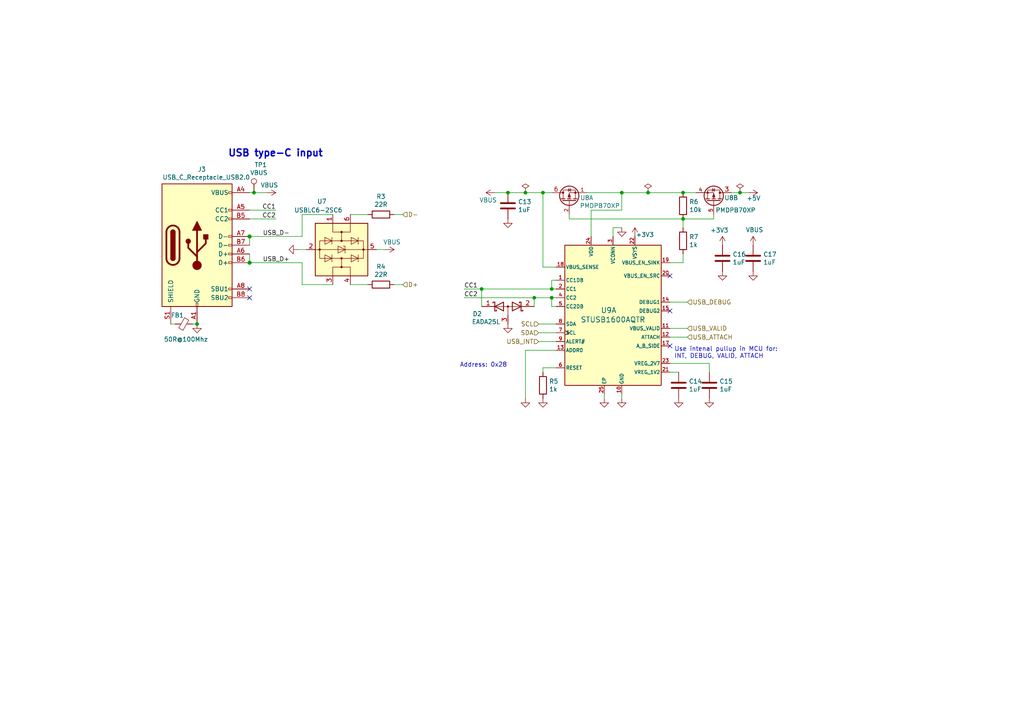
<source format=kicad_sch>
(kicad_sch (version 20211123) (generator eeschema)
  (paper "A4")
  (title_block (title "RingOne") (date "2021-05-11") (rev "v1.0") (company "Author: Petr Malaník"))
  (lib_symbols
    (symbol "Connector:TestPoint" (pin_numbers hide) (pin_names (offset 0.762) hide)
      (property "Reference" "TP" (at 0 6.858 0))
      (property "Value" "TestPoint" (at 0 5.08 0))
      (symbol "TestPoint_0_1"
        (circle (center 0 3.302) (radius 0.762))
      )
      (symbol "TestPoint_1_1"
        (pin passive line (at 0 0 90) (length 2.54) (name "1") (number "1"))
      )
    )
    (symbol "Connector:USB_C_Receptacle_USB2.0" (pin_names (offset 1.016))
      (property "Reference" "J" (at -10.16 19.05 0))
      (property "Value" "USB_C_Receptacle_USB2.0" (at 19.05 19.05 0))
      (symbol "USB_C_Receptacle_USB2.0_0_0"
        (rectangle (start -0.254 -17.78) (end 0.254 -16.764))
        (rectangle (start 10.16 -14.986) (end 9.144 -15.494))
        (rectangle (start 10.16 -12.446) (end 9.144 -12.954))
        (rectangle (start 10.16 -4.826) (end 9.144 -5.334))
        (rectangle (start 10.16 -2.286) (end 9.144 -2.794))
        (rectangle (start 10.16 0.254) (end 9.144 -0.254))
        (rectangle (start 10.16 2.794) (end 9.144 2.286))
        (rectangle (start 10.16 7.874) (end 9.144 7.366))
        (rectangle (start 10.16 10.414) (end 9.144 9.906))
        (rectangle (start 10.16 15.494) (end 9.144 14.986))
      )
      (symbol "USB_C_Receptacle_USB2.0_0_1"
        (rectangle (start -10.16 17.78) (end 10.16 -17.78) (stroke (width 0.254)) (fill (type background)))
        (arc (start -8.89 -3.81) (mid -6.985 -5.715) (end -5.08 -3.81) (stroke (width 0.508)))
        (arc (start -7.62 -3.81) (mid -6.985 -4.445) (end -6.35 -3.81) (stroke (width 0.254)))
        (arc (start -7.62 -3.81) (mid -6.985 -4.445) (end -6.35 -3.81) (stroke (width 0.254)) (fill (type outline)))
        (rectangle (start -7.62 -3.81) (end -6.35 3.81) (stroke (width 0.254)) (fill (type outline)))
        (arc (start -6.35 3.81) (mid -6.985 4.445) (end -7.62 3.81) (stroke (width 0.254)))
        (arc (start -6.35 3.81) (mid -6.985 4.445) (end -7.62 3.81) (stroke (width 0.254)) (fill (type outline)))
        (arc (start -5.08 3.81) (mid -6.985 5.715) (end -8.89 3.81) (stroke (width 0.508)))
        (circle (center -2.54 1.143) (radius 0.635) (stroke (width 0.254)) (fill (type outline)))
        (circle (center 0 -5.842) (radius 1.27) (fill (type outline)))
        (polyline (pts (xy -8.89 -3.81) (xy -8.89 3.81)) (stroke (width 0.508)))
        (polyline (pts (xy -5.08 3.81) (xy -5.08 -3.81)) (stroke (width 0.508)))
        (polyline (pts (xy 0 -5.842) (xy 0 4.318)) (stroke (width 0.508)))
        (polyline (pts (xy 0 -3.302) (xy -2.54 -0.762) (xy -2.54 0.508)) (stroke (width 0.508)))
        (polyline (pts (xy 0 -2.032) (xy 2.54 0.508) (xy 2.54 1.778)) (stroke (width 0.508)))
        (polyline (pts (xy -1.27 4.318) (xy 0 6.858) (xy 1.27 4.318) (xy -1.27 4.318)) (stroke (width 0.254)) (fill (type outline)))
        (rectangle (start 1.905 1.778) (end 3.175 3.048) (stroke (width 0.254)) (fill (type outline)))
      )
      (symbol "USB_C_Receptacle_USB2.0_1_1"
        (pin passive line (at 0 -22.86 90) (length 5.08) (name "GND") (number "A1"))
        (pin passive line (at 0 -22.86 90) (length 5.08) hide (name "GND") (number "A12"))
        (pin passive line (at 15.24 15.24 180) (length 5.08) (name "VBUS") (number "A4"))
        (pin bidirectional line (at 15.24 10.16 180) (length 5.08) (name "CC1") (number "A5"))
        (pin bidirectional line (at 15.24 -2.54 180) (length 5.08) (name "D+") (number "A6"))
        (pin bidirectional line (at 15.24 2.54 180) (length 5.08) (name "D-") (number "A7"))
        (pin bidirectional line (at 15.24 -12.7 180) (length 5.08) (name "SBU1") (number "A8"))
        (pin passive line (at 15.24 15.24 180) (length 5.08) hide (name "VBUS") (number "A9"))
        (pin passive line (at 0 -22.86 90) (length 5.08) hide (name "GND") (number "B1"))
        (pin passive line (at 0 -22.86 90) (length 5.08) hide (name "GND") (number "B12"))
        (pin passive line (at 15.24 15.24 180) (length 5.08) hide (name "VBUS") (number "B4"))
        (pin bidirectional line (at 15.24 7.62 180) (length 5.08) (name "CC2") (number "B5"))
        (pin bidirectional line (at 15.24 -5.08 180) (length 5.08) (name "D+") (number "B6"))
        (pin bidirectional line (at 15.24 0 180) (length 5.08) (name "D-") (number "B7"))
        (pin bidirectional line (at 15.24 -15.24 180) (length 5.08) (name "SBU2") (number "B8"))
        (pin passive line (at 15.24 15.24 180) (length 5.08) hide (name "VBUS") (number "B9"))
        (pin passive line (at -7.62 -22.86 90) (length 5.08) (name "SHIELD") (number "S1"))
      )
    )
    (symbol "Device:C" (pin_numbers hide) (pin_names (offset 0.254))
      (property "Reference" "C" (at 0.635 2.54 0))
      (property "Value" "C" (at 0.635 -2.54 0))
      (symbol "C_0_1"
        (polyline (pts (xy -2.032 -0.762) (xy 2.032 -0.762)) (stroke (width 0.508)))
        (polyline (pts (xy -2.032 0.762) (xy 2.032 0.762)) (stroke (width 0.508)))
      )
      (symbol "C_1_1"
        (pin passive line (at 0 3.81 270) (length 2.794) (name "~") (number "1"))
        (pin passive line (at 0 -3.81 90) (length 2.794) (name "~") (number "2"))
      )
    )
    (symbol "Device:D_Schottky_Dual_CommonAnode_KKA" (pin_names (offset 0.762) hide)
      (property "Reference" "D" (at 1.27 -2.54 0))
      (property "Value" "D_Schottky_Dual_CommonAnode_KKA" (at 0 2.54 0))
      (symbol "D_Schottky_Dual_CommonAnode_KKA_0_1"
        (polyline (pts (xy -3.556 0) (xy 3.81 0)))
        (polyline (pts (xy 0 0) (xy 0 -2.54)))
        (polyline (pts (xy -3.81 1.27) (xy -3.81 -1.27) (xy -3.81 -1.27)) (stroke (width 0.254)))
        (polyline (pts (xy 3.81 1.27) (xy 3.81 -1.27) (xy 3.81 -1.27)) (stroke (width 0.254)))
        (polyline (pts (xy -3.81 1.27) (xy -4.318 1.27) (xy -4.318 1.016) (xy -4.318 1.016)) (stroke (width 0.254)))
        (polyline (pts (xy 3.81 -1.27) (xy 4.318 -1.27) (xy 4.318 -1.016) (xy 4.318 -1.016)) (stroke (width 0.254)))
        (polyline (pts (xy 3.81 1.27) (xy 3.302 1.27) (xy 3.302 1.016) (xy 3.302 1.016)) (stroke (width 0.254)))
        (polyline (pts (xy -3.302 -1.016) (xy -3.302 -1.27) (xy -3.81 -1.27) (xy -3.81 -1.27) (xy -3.81 -1.27)) (stroke (width 0.254)))
        (polyline (pts (xy -1.27 -1.27) (xy -3.81 0) (xy -1.27 1.27) (xy -1.27 -1.27) (xy -1.27 -1.27) (xy -1.27 -1.27)) (stroke (width 0.254)))
        (polyline (pts (xy 1.27 1.27) (xy 3.81 0) (xy 1.27 -1.27) (xy 1.27 1.27) (xy 1.27 1.27) (xy 1.27 1.27)) (stroke (width 0.254)))
        (circle (center 0 0) (radius 0.254) (fill (type outline)))
        (pin passive line (at -7.62 0 0) (length 3.81) (name "K") (number "1"))
        (pin passive line (at 7.62 0 180) (length 3.81) (name "K") (number "2"))
        (pin passive line (at 0 -5.08 90) (length 2.54) (name "A") (number "3"))
      )
    )
    (symbol "Device:FerriteBead_Small" (pin_numbers hide) (pin_names (offset 0))
      (property "Reference" "FB" (at 1.905 1.27 0))
      (property "Value" "FerriteBead_Small" (at 1.905 -1.27 0))
      (symbol "FerriteBead_Small_0_1"
        (polyline (pts (xy 0 -1.27) (xy 0 -0.7874)))
        (polyline (pts (xy 0 0.889) (xy 0 1.2954)))
        (polyline (pts (xy -1.8288 0.2794) (xy -1.1176 1.4986) (xy 1.8288 -0.2032) (xy 1.1176 -1.4224) (xy -1.8288 0.2794)))
      )
      (symbol "FerriteBead_Small_1_1"
        (pin passive line (at 0 2.54 270) (length 1.27) (name "~") (number "1"))
        (pin passive line (at 0 -2.54 90) (length 1.27) (name "~") (number "2"))
      )
    )
    (symbol "Device:R" (pin_numbers hide) (pin_names (offset 0))
      (property "Reference" "R" (at 2.032 0 90))
      (property "Value" "R" (at 0 0 90))
      (symbol "R_0_1"
        (rectangle (start -1.016 -2.54) (end 1.016 2.54) (stroke (width 0.254)))
      )
      (symbol "R_1_1"
        (pin passive line (at 0 3.81 270) (length 1.27) (name "~") (number "1"))
        (pin passive line (at 0 -3.81 90) (length 1.27) (name "~") (number "2"))
      )
    )
    (symbol "Power_Protection:USBLC6-2SC6" (pin_names hide)
      (property "Reference" "U" (at 2.54 8.89 0))
      (property "Value" "USBLC6-2SC6" (at 2.54 -8.89 0))
      (symbol "USBLC6-2SC6_0_1"
        (rectangle (start -7.62 -7.62) (end 7.62 7.62) (stroke (width 0.254)) (fill (type background)))
        (circle (center -5.08 0) (radius 0.254) (fill (type outline)))
        (circle (center -2.54 0) (radius 0.254) (fill (type outline)))
        (rectangle (start -2.54 6.35) (end 2.54 -6.35))
        (circle (center 0 -6.35) (radius 0.254) (fill (type outline)))
        (polyline (pts (xy -5.08 -2.54) (xy -7.62 -2.54)))
        (polyline (pts (xy -5.08 0) (xy -5.08 -2.54)))
        (polyline (pts (xy -5.08 2.54) (xy -7.62 2.54)))
        (polyline (pts (xy -1.524 -2.794) (xy -3.556 -2.794)))
        (polyline (pts (xy -1.524 4.826) (xy -3.556 4.826)))
        (polyline (pts (xy 0 -7.62) (xy 0 -6.35)))
        (polyline (pts (xy 0 -6.35) (xy 0 1.27)))
        (polyline (pts (xy 0 1.27) (xy 0 6.35)))
        (polyline (pts (xy 0 6.35) (xy 0 7.62)))
        (polyline (pts (xy 1.524 -2.794) (xy 3.556 -2.794)))
        (polyline (pts (xy 1.524 4.826) (xy 3.556 4.826)))
        (polyline (pts (xy 5.08 -2.54) (xy 7.62 -2.54)))
        (polyline (pts (xy 5.08 0) (xy 5.08 -2.54)))
        (polyline (pts (xy 5.08 2.54) (xy 7.62 2.54)))
        (polyline (pts (xy -2.54 0) (xy -5.08 0) (xy -5.08 2.54)))
        (polyline (pts (xy 2.54 0) (xy 5.08 0) (xy 5.08 2.54)))
        (polyline (pts (xy -3.556 -4.826) (xy -1.524 -4.826) (xy -2.54 -2.794) (xy -3.556 -4.826)))
        (polyline (pts (xy -3.556 2.794) (xy -1.524 2.794) (xy -2.54 4.826) (xy -3.556 2.794)))
        (polyline (pts (xy -1.016 -1.016) (xy 1.016 -1.016) (xy 0 1.016) (xy -1.016 -1.016)))
        (polyline (pts (xy 1.016 1.016) (xy 0.762 1.016) (xy -1.016 1.016) (xy -1.016 0.508)))
        (polyline (pts (xy 3.556 -4.826) (xy 1.524 -4.826) (xy 2.54 -2.794) (xy 3.556 -4.826)))
        (polyline (pts (xy 3.556 2.794) (xy 1.524 2.794) (xy 2.54 4.826) (xy 3.556 2.794)))
        (circle (center 0 6.35) (radius 0.254) (fill (type outline)))
        (circle (center 2.54 0) (radius 0.254) (fill (type outline)))
        (circle (center 5.08 0) (radius 0.254) (fill (type outline)))
      )
      (symbol "USBLC6-2SC6_1_1"
        (pin passive line (at -10.16 -2.54 0) (length 2.54) (name "I/O1") (number "1"))
        (pin passive line (at 0 -10.16 90) (length 2.54) (name "GND") (number "2"))
        (pin passive line (at 10.16 -2.54 180) (length 2.54) (name "I/O2") (number "3"))
        (pin passive line (at 10.16 2.54 180) (length 2.54) (name "I/O2") (number "4"))
        (pin passive line (at 0 10.16 270) (length 2.54) (name "VBUS") (number "5"))
        (pin passive line (at -10.16 2.54 0) (length 2.54) (name "I/O1") (number "6"))
      )
    )
    (symbol "TCY_IC:STUSB1600AQTR" (pin_names (offset 0.254))
      (property "Reference" "U" (at -1.27 2.54 0))
      (property "Value" "STUSB1600AQTR" (at 12.7 -22.86 0))
      (symbol "STUSB1600AQTR_1_1"
        (rectangle (start -13.97 20.32) (end 13.97 -20.32) (stroke (width 0.254)) (fill (type background)))
        (pin bidirectional line (at -16.51 10.16 0) (length 2.54) (name "CC1DB") (number "1"))
        (pin passive line (at 2.54 -22.86 90) (length 2.54) (name "GND") (number "10"))
        (pin output line (at 16.51 -3.81 180) (length 2.54) (name "VBUS_VALID") (number "11"))
        (pin output line (at 16.51 -6.35 180) (length 2.54) (name "ATTACH") (number "12"))
        (pin input line (at -16.51 -10.16 0) (length 2.54) (name "ADDR0") (number "13"))
        (pin output line (at 16.51 3.81 180) (length 2.54) (name "DEBUG1") (number "14"))
        (pin output line (at 16.51 1.27 180) (length 2.54) (name "DEBUG2") (number "15"))
        (pin output line (at 16.51 -8.89 180) (length 2.54) (name "A_B_SIDE") (number "17"))
        (pin input line (at -16.51 13.97 0) (length 2.54) (name "VBUS_SENSE") (number "18"))
        (pin output line (at 16.51 15.24 180) (length 2.54) (name "VBUS_EN_SINK") (number "19"))
        (pin bidirectional line (at -16.51 7.62 0) (length 2.54) (name "CC1") (number "2"))
        (pin output line (at 16.51 11.43 180) (length 2.54) (name "VBUS_EN_SRC") (number "20"))
        (pin power_out line (at 16.51 -16.51 180) (length 2.54) (name "VREG_1V2") (number "21"))
        (pin power_in line (at 6.35 22.86 270) (length 2.54) (name "VSYS") (number "22"))
        (pin power_out line (at 16.51 -13.97 180) (length 2.54) (name "VREG_2V7") (number "23"))
        (pin power_in line (at -6.35 22.86 270) (length 2.54) (name "VDD") (number "24"))
        (pin passive line (at -2.54 -22.86 90) (length 2.54) (name "EP") (number "25"))
        (pin power_in line (at 0 22.86 270) (length 2.54) (name "VCONN") (number "3"))
        (pin bidirectional line (at -16.51 5.08 0) (length 2.54) (name "CC2") (number "4"))
        (pin bidirectional line (at -16.51 2.54 0) (length 2.54) (name "CC2DB") (number "5"))
        (pin input line (at -16.51 -15.24 0) (length 2.54) (name "RESET") (number "6"))
        (pin input clock (at -16.51 -5.08 0) (length 2.54) (name "SCL") (number "7"))
        (pin bidirectional line (at -16.51 -2.54 0) (length 2.54) (name "SDA") (number "8"))
        (pin output line (at -16.51 -7.62 0) (length 2.54) (name "ALERT#") (number "9"))
      )
      (symbol "STUSB1600AQTR_2_1"
        (polyline (pts (xy -8.89 8.89) (xy 16.51 8.89)) (stroke (width 0.127)))
        (polyline (pts (xy -8.89 24.13) (xy -8.89 8.89)) (stroke (width 0.127)))
        (polyline (pts (xy 16.51 8.89) (xy 16.51 24.13)) (stroke (width 0.127)))
        (polyline (pts (xy 16.51 24.13) (xy -8.89 24.13)) (stroke (width 0.127)))
        (pin power_in line (at -16.51 13.97 0) (length 2.54) (name "GND") (number "10"))
        (pin no_connect line (at -16.51 19.05 0) (length 2.54) (name "NC") (number "16"))
        (pin power_in line (at -16.51 16.51 0) (length 2.54) (name "VDD") (number "24"))
      )
    )
    (symbol "TCY_transistors:PMDPB70XP"
      (property "Reference" "U" (at 0 12.7 0))
      (property "Value" "PMDPB70XP" (at 0 16.51 0))
      (symbol "PMDPB70XP_0_1"
        (polyline (pts (xy -1.016 0) (xy -3.81 0)))
        (polyline (pts (xy -1.016 1.905) (xy -1.016 -1.905)) (stroke (width 0.254)))
        (polyline (pts (xy -0.508 -1.27) (xy -0.508 -2.286)) (stroke (width 0.254)))
        (polyline (pts (xy -0.508 0.508) (xy -0.508 -0.508)) (stroke (width 0.254)))
        (polyline (pts (xy -0.508 2.286) (xy -0.508 1.27)) (stroke (width 0.254)))
        (polyline (pts (xy 1.27 2.54) (xy 1.27 1.778)))
        (polyline (pts (xy 1.27 -2.54) (xy 1.27 0) (xy -0.508 0)))
        (polyline (pts (xy -0.508 1.778) (xy 2.032 1.778) (xy 2.032 -1.778) (xy -0.508 -1.778)))
        (polyline (pts (xy 1.016 0) (xy 0 0.381) (xy 0 -0.381) (xy 1.016 0)) (fill (type outline)))
        (polyline (pts (xy 1.524 -0.508) (xy 1.651 -0.381) (xy 2.413 -0.381) (xy 2.54 -0.254)))
        (polyline (pts (xy 2.032 -0.381) (xy 1.651 0.254) (xy 2.413 0.254) (xy 2.032 -0.381)))
        (circle (center 0.381 0) (radius 2.794) (stroke (width 0.254)))
        (circle (center 1.27 -1.778) (radius 0.254) (fill (type outline)))
        (circle (center 1.27 1.778) (radius 0.254) (fill (type outline)))
      )
      (symbol "PMDPB70XP_1_1"
        (pin passive line (at 1.27 -5.08 90) (length 2.54) (name "~") (number "1"))
        (pin passive line (at -5.08 0 0) (length 2.54) (name "~") (number "2"))
        (pin passive line (at 1.27 5.08 270) (length 2.54) (name "~") (number "6"))
        (pin passive line (at 1.27 5.08 270) (length 2.54) hide (name "~") (number "7"))
      )
      (symbol "PMDPB70XP_2_1"
        (pin passive line (at 1.27 5.08 270) (length 2.54) (name "~") (number "3"))
        (pin passive line (at 1.27 -5.08 90) (length 2.54) (name "~") (number "4"))
        (pin passive line (at -5.08 0 0) (length 2.54) (name "~") (number "5"))
        (pin passive line (at 1.27 5.08 270) (length 2.54) hide (name "~") (number "8"))
      )
    )
    (symbol "power:+3V3" (power) (pin_names (offset 0))
      (property "Value" "+3V3" (at 0 3.556 0))
      (symbol "+3V3_0_1"
        (polyline (pts (xy -0.762 1.27) (xy 0 2.54)))
        (polyline (pts (xy 0 0) (xy 0 2.54)))
        (polyline (pts (xy 0 2.54) (xy 0.762 1.27)))
      )
      (symbol "+3V3_1_1"
        (pin power_in line (at 0 0 90) (length 0) hide (name "+3V3") (number "1"))
      )
    )
    (symbol "power:+5V" (power) (pin_names (offset 0))
      (property "Value" "+5V" (at 0 3.556 0))
      (symbol "+5V_0_1"
        (polyline (pts (xy -0.762 1.27) (xy 0 2.54)))
        (polyline (pts (xy 0 0) (xy 0 2.54)))
        (polyline (pts (xy 0 2.54) (xy 0.762 1.27)))
      )
      (symbol "+5V_1_1"
        (pin power_in line (at 0 0 90) (length 0) hide (name "+5V") (number "1"))
      )
    )
    (symbol "power:GND" (power) (pin_names (offset 0))
      (property "Value" "GND" (at 0 -3.81 0))
      (symbol "GND_0_1"
        (polyline (pts (xy 0 0) (xy 0 -1.27) (xy 1.27 -1.27) (xy 0 -2.54) (xy -1.27 -1.27) (xy 0 -1.27)))
      )
      (symbol "GND_1_1"
        (pin power_in line (at 0 0 270) (length 0) hide (name "GND") (number "1"))
      )
    )
    (symbol "power:PWR_FLAG" (power) (pin_numbers hide) (pin_names (offset 0) hide)
      (property "Value" "PWR_FLAG" (at 0 3.81 0))
      (symbol "PWR_FLAG_0_0"
        (pin power_out line (at 0 0 90) (length 0) (name "pwr") (number "1"))
      )
      (symbol "PWR_FLAG_0_1"
        (polyline (pts (xy 0 0) (xy 0 1.27) (xy -1.016 1.905) (xy 0 2.54) (xy 1.016 1.905) (xy 0 1.27)))
      )
    )
    (symbol "power:VBUS" (power) (pin_names (offset 0))
      (property "Value" "VBUS" (at 0 3.81 0))
      (symbol "VBUS_0_1"
        (polyline (pts (xy -0.762 1.27) (xy 0 2.54)))
        (polyline (pts (xy 0 0) (xy 0 2.54)))
        (polyline (pts (xy 0 2.54) (xy 0.762 1.27)))
      )
      (symbol "VBUS_1_1"
        (pin power_in line (at 0 0 90) (length 0) hide (name "VBUS") (number "1"))
      )
    )
  )
  (junction (at 152.4 55.88) (diameter 0.9144))
  (junction (at 147.32 55.88) (diameter 0.9144))
  (junction (at 214.63 55.88) (diameter 0.9144))
  (junction (at 160.02 83.82) (diameter 0.9144))
  (junction (at 154.94 86.36) (diameter 0.9144))
  (junction (at 198.12 63.5) (diameter 0.9144))
  (junction (at 73.66 55.88) (diameter 0.9144))
  (junction (at 180.34 55.88) (diameter 0.9144))
  (junction (at 157.48 55.88) (diameter 0.9144))
  (junction (at 187.96 55.88) (diameter 0.9144))
  (junction (at 198.12 55.88) (diameter 0.9144))
  (junction (at 160.02 86.36) (diameter 0.9144))
  (junction (at 139.7 83.82) (diameter 0.9144))
  (junction (at 57.15 93.98) (diameter 0.9144))
  (junction (at 72.39 76.2) (diameter 1.016))
  (junction (at 72.39 68.58) (diameter 1.016))
  (no_connect (at 194.31 80.01))
  (no_connect (at 72.39 83.82))
  (no_connect (at 72.39 86.36))
  (no_connect (at 194.31 90.17))
  (no_connect (at 194.31 100.33))
  (wire (pts (xy 194.31 105.41) (xy 205.74 105.41)))
  (wire (pts (xy 177.8 66.04) (xy 180.34 66.04)))
  (wire (pts (xy 87.63 76.2) (xy 87.63 82.55)))
  (wire (pts (xy 177.8 66.04) (xy 177.8 68.58)))
  (wire (pts (xy 214.63 55.88) (xy 217.17 55.88)))
  (wire (pts (xy 139.7 83.82) (xy 139.7 88.9)))
  (wire (pts (xy 86.36 72.39) (xy 88.9 72.39)))
  (wire (pts (xy 72.39 60.96) (xy 80.01 60.96)))
  (wire (pts (xy 147.32 55.88) (xy 152.4 55.88)))
  (wire (pts (xy 72.39 73.66) (xy 72.39 76.2)))
  (wire (pts (xy 109.22 72.39) (xy 111.76 72.39)))
  (wire (pts (xy 101.6 62.23) (xy 106.68 62.23)))
  (wire (pts (xy 143.51 55.88) (xy 147.32 55.88)))
  (wire (pts (xy 114.3 82.55) (xy 116.84 82.55)))
  (wire (pts (xy 194.31 97.79) (xy 199.39 97.79)))
  (wire (pts (xy 198.12 73.66) (xy 198.12 76.2)))
  (wire (pts (xy 157.48 106.68) (xy 157.48 107.95)))
  (wire (pts (xy 157.48 55.88) (xy 157.48 77.47)))
  (wire (pts (xy 72.39 63.5) (xy 80.01 63.5)))
  (wire (pts (xy 161.29 101.6) (xy 152.4 101.6)))
  (wire (pts (xy 180.34 55.88) (xy 187.96 55.88)))
  (wire (pts (xy 194.31 95.25) (xy 199.39 95.25)))
  (wire (pts (xy 165.1 63.5) (xy 165.1 62.23)))
  (wire (pts (xy 194.31 76.2) (xy 198.12 76.2)))
  (wire (pts (xy 114.3 62.23) (xy 116.84 62.23)))
  (wire (pts (xy 87.63 82.55) (xy 96.52 82.55)))
  (wire (pts (xy 156.21 93.98) (xy 161.29 93.98)))
  (wire (pts (xy 207.01 62.23) (xy 207.01 63.5)))
  (wire (pts (xy 198.12 63.5) (xy 207.01 63.5)))
  (wire (pts (xy 157.48 55.88) (xy 160.02 55.88)))
  (wire (pts (xy 55.88 93.98) (xy 57.15 93.98)))
  (wire (pts (xy 212.09 55.88) (xy 214.63 55.88)))
  (wire (pts (xy 160.02 83.82) (xy 161.29 83.82)))
  (wire (pts (xy 154.94 86.36) (xy 154.94 88.9)))
  (wire (pts (xy 161.29 77.47) (xy 157.48 77.47)))
  (wire (pts (xy 180.34 60.96) (xy 180.34 55.88)))
  (wire (pts (xy 96.52 62.23) (xy 87.63 62.23)))
  (wire (pts (xy 134.62 86.36) (xy 154.94 86.36)))
  (wire (pts (xy 152.4 55.88) (xy 157.48 55.88)))
  (wire (pts (xy 198.12 63.5) (xy 165.1 63.5)))
  (wire (pts (xy 87.63 62.23) (xy 87.63 68.58)))
  (wire (pts (xy 152.4 101.6) (xy 152.4 115.57)))
  (wire (pts (xy 160.02 86.36) (xy 161.29 86.36)))
  (wire (pts (xy 171.45 60.96) (xy 180.34 60.96)))
  (wire (pts (xy 160.02 88.9) (xy 160.02 86.36)))
  (wire (pts (xy 194.31 87.63) (xy 199.39 87.63)))
  (wire (pts (xy 72.39 68.58) (xy 87.63 68.58)))
  (wire (pts (xy 156.21 99.06) (xy 161.29 99.06)))
  (wire (pts (xy 134.62 83.82) (xy 139.7 83.82)))
  (wire (pts (xy 154.94 86.36) (xy 160.02 86.36)))
  (wire (pts (xy 73.66 55.88) (xy 77.47 55.88)))
  (wire (pts (xy 72.39 55.88) (xy 73.66 55.88)))
  (wire (pts (xy 175.26 114.3) (xy 175.26 115.57)))
  (wire (pts (xy 101.6 82.55) (xy 106.68 82.55)))
  (wire (pts (xy 187.96 55.88) (xy 198.12 55.88)))
  (wire (pts (xy 205.74 105.41) (xy 205.74 107.95)))
  (wire (pts (xy 160.02 81.28) (xy 160.02 83.82)))
  (wire (pts (xy 198.12 63.5) (xy 198.12 66.04)))
  (wire (pts (xy 49.53 93.98) (xy 50.8 93.98)))
  (wire (pts (xy 171.45 60.96) (xy 171.45 68.58)))
  (wire (pts (xy 180.34 114.3) (xy 180.34 115.57)))
  (wire (pts (xy 161.29 88.9) (xy 160.02 88.9)))
  (wire (pts (xy 139.7 83.82) (xy 160.02 83.82)))
  (wire (pts (xy 198.12 55.88) (xy 201.93 55.88)))
  (wire (pts (xy 156.21 96.52) (xy 161.29 96.52)))
  (wire (pts (xy 72.39 68.58) (xy 72.39 71.12)))
  (wire (pts (xy 72.39 76.2) (xy 87.63 76.2)))
  (wire (pts (xy 161.29 81.28) (xy 160.02 81.28)))
  (wire (pts (xy 194.31 107.95) (xy 196.85 107.95)))
  (wire (pts (xy 170.18 55.88) (xy 180.34 55.88)))
  (wire (pts (xy 161.29 106.68) (xy 157.48 106.68)))
  (text "Address: 0x28" (at 133.35 106.68 0) (effects (font (size 1.27 1.27)) (justify left bottom)))
  (text "USB type-C input\n" (at 66.04 45.72 0) (effects (font (size 2 2) (thickness 0.4) bold) (justify left bottom)))
  (text "Use intenal pullup in MCU for:\nINT, DEBUG, VALID, ATTACH" (at 195.58 104.14 0) (effects (font (size 1.27 1.27)) (justify left bottom)))
  (label "CC1" (at 134.62 83.82 0))
  (label "CC2" (at 80.01 63.5 180))
  (label "USB_D+" (at 76.2 76.2 0))
  (label "USB_D-" (at 76.2 68.58 0))
  (label "CC2" (at 134.62 86.36 0))
  (label "CC1" (at 80.01 60.96 180))
  (hierarchical_label "SDA" (shape input) (at 156.21 96.52 180))
  (hierarchical_label "D+" (shape input) (at 116.84 82.55 0))
  (hierarchical_label "SCL" (shape input) (at 156.21 93.98 180))
  (hierarchical_label "USB_ATTACH" (shape input) (at 199.39 97.79 0))
  (hierarchical_label "USB_INT" (shape input) (at 156.21 99.06 180))
  (hierarchical_label "USB_DEBUG" (shape input) (at 199.39 87.63 0))
  (hierarchical_label "D-" (shape input) (at 116.84 62.23 0))
  (hierarchical_label "USB_VALID" (shape input) (at 199.39 95.25 0))
  (symbol (lib_id "power:GND") (at 147.32 63.5 0) (unit 1)
    (property "Reference" "#PWR0150" (effects hide))
    (property "Value" "GND" (effects hide))
  )
  (symbol (lib_id "Device:R") (at 198.12 59.69 0) (unit 1)
    (property "Reference" "R6" (at 199.8981 58.5406 0) (effects (justify left)))
    (property "Value" "10k" (at 199.898 60.839 0) (effects (justify left)))
    (property "Footprint" "TCY_passives:R_0603_1608Metric" (effects hide))
  )
  (symbol (lib_id "Device:C") (at 218.44 74.93 0) (unit 1)
    (property "Reference" "C17" (at 221.3611 73.7806 0) (effects (justify left)))
    (property "Value" "1uF" (at 221.361 76.079 0) (effects (justify left)))
    (property "Footprint" "Capacitor_SMD:C_0603_1608Metric" (effects hide))
  )
  (symbol (lib_id "power:GND") (at 57.15 93.98 0) (unit 1)
    (property "Reference" "#PWR0146" (effects hide))
    (property "Value" "GND" (effects hide))
  )
  (symbol (lib_id "TCY_IC:STUSB1600AQTR") (at 177.8 91.44 0) (unit 1)
    (property "Reference" "U9" (at 176.53 89.9999 0) (effects (font (size 1.524 1.524))))
    (property "Value" "STUSB1600AQTR" (at 177.8 92.7075 0) (effects (font (size 1.524 1.524))))
    (property "Footprint" "Package_DFN_QFN:QFN-24-1EP_4x4mm_P0.5mm_EP2.7x2.7mm" (effects hide))
  )
  (symbol (lib_id "power:GND") (at 152.4 115.57 0) (unit 1)
    (property "Reference" "#PWR0149" (effects hide))
    (property "Value" "GND" (effects hide))
  )
  (symbol (lib_id "Device:FerriteBead_Small") (at 53.34 93.98 90) (unit 1)
    (property "Reference" "FB1" (at 53.34 91.44 90) (effects (justify left)))
    (property "Value" "50R@100Mhz" (at 60.325 98.425 90) (effects (justify left)))
    (property "Footprint" "Inductor_SMD:L_1206_3216Metric" (effects hide))
  )
  (symbol (lib_id "TCY_transistors:PMDPB70XP") (at 207.01 57.15 270) (mirror x) (unit 2)
    (property "Reference" "U8" (at 212.09 57.3848 90))
    (property "Value" "PMDPB70XP" (at 213.36 60.9535 90))
    (property "Footprint" "TCY_IC:UDFN-6-2EP_2x2mm_P0.65mm_EP1x0.7mm" (effects hide))
    (property "Datasheet" "https://assets.nexperia.com/documents/data-sheet/PMDPB70XP.pdf" (effects hide))
  )
  (symbol (lib_id "power:VBUS") (at 143.51 55.88 90) (unit 1)
    (property "Reference" "#PWR0152" (effects hide))
    (property "Value" "VBUS" (at 144.1449 58.0517 90) (effects (justify left)))
  )
  (symbol (lib_id "Device:C") (at 147.32 59.69 0) (unit 1)
    (property "Reference" "C13" (at 150.2411 58.5406 0) (effects (justify left)))
    (property "Value" "1uF" (at 150.241 60.839 0) (effects (justify left)))
    (property "Footprint" "Capacitor_SMD:C_0603_1608Metric" (effects hide))
  )
  (symbol (lib_id "power:GND") (at 86.36 72.39 270) (unit 1)
    (property "Reference" "#PWR0145" (effects hide))
    (property "Value" "GND" (effects hide))
  )
  (symbol (lib_id "Device:C") (at 205.74 111.76 0) (unit 1)
    (property "Reference" "C15" (at 208.6611 110.6106 0) (effects (justify left)))
    (property "Value" "1uF" (at 208.661 112.909 0) (effects (justify left)))
    (property "Footprint" "Capacitor_SMD:C_0603_1608Metric" (effects hide))
  )
  (symbol (lib_id "Device:C") (at 209.55 74.93 0) (unit 1)
    (property "Reference" "C16" (at 212.4711 73.7806 0) (effects (justify left)))
    (property "Value" "1uF" (at 212.471 76.079 0) (effects (justify left)))
    (property "Footprint" "Capacitor_SMD:C_0603_1608Metric" (effects hide))
  )
  (symbol (lib_id "Device:R") (at 110.49 82.55 90) (unit 1)
    (property "Reference" "R4" (at 110.49 77.3238 90))
    (property "Value" "22R" (at 110.49 79.622 90))
    (property "Footprint" "Resistor_SMD:R_0603_1608Metric" (effects hide))
  )
  (symbol (lib_id "Device:C") (at 196.85 111.76 0) (unit 1)
    (property "Reference" "C14" (at 199.7711 110.6106 0) (effects (justify left)))
    (property "Value" "1uF" (at 199.771 112.909 0) (effects (justify left)))
    (property "Footprint" "Capacitor_SMD:C_0603_1608Metric" (effects hide))
  )
  (symbol (lib_id "power:PWR_FLAG") (at 187.96 55.88 0) (unit 1)
    (property "Reference" "#FLG0103" (effects hide))
    (property "Value" "PWR_FLAG" (effects hide))
  )
  (symbol (lib_id "TCY_transistors:PMDPB70XP") (at 165.1 57.15 90) (unit 1)
    (property "Reference" "U8" (at 170.18 57.3848 90))
    (property "Value" "PMDPB70XP" (at 173.99 59.6835 90))
    (property "Footprint" "TCY_IC:UDFN-6-2EP_2x2mm_P0.65mm_EP1x0.7mm" (effects hide))
    (property "Datasheet" "https://assets.nexperia.com/documents/data-sheet/PMDPB70XP.pdf" (effects hide))
  )
  (symbol (lib_id "Device:R") (at 198.12 69.85 0) (unit 1)
    (property "Reference" "R7" (at 199.8981 68.7006 0) (effects (justify left)))
    (property "Value" "1k" (at 199.898 70.999 0) (effects (justify left)))
    (property "Footprint" "TCY_passives:R_0603_1608Metric" (effects hide))
  )
  (symbol (lib_id "power:GND") (at 196.85 115.57 0) (unit 1)
    (property "Reference" "#PWR0135" (effects hide))
    (property "Value" "GND" (effects hide))
  )
  (symbol (lib_id "Connector:TestPoint") (at 73.66 55.88 0) (unit 1)
    (property "Reference" "TP1" (at 73.7871 47.8091 0) (effects (justify left)))
    (property "Value" "VBUS" (at 72.517 50.108 0) (effects (justify left)))
    (property "Footprint" "TCY_connectors:TestPoint_Pad_D0.5mm" (effects hide))
  )
  (symbol (lib_id "power:+3V3") (at 209.55 71.12 0) (unit 1)
    (property "Reference" "#PWR0140" (effects hide))
    (property "Value" "+3V3" (at 208.6483 66.7956 0))
  )
  (symbol (lib_id "power:VBUS") (at 218.44 71.12 0) (unit 1)
    (property "Reference" "#PWR0133" (effects hide))
    (property "Value" "VBUS" (at 216.2683 66.6749 0) (effects (justify left)))
  )
  (symbol (lib_id "power:GND") (at 147.32 93.98 0) (unit 1)
    (property "Reference" "#PWR0151" (effects hide))
    (property "Value" "GND" (effects hide))
  )
  (symbol (lib_id "power:VBUS") (at 77.47 55.88 270) (unit 1)
    (property "Reference" "#PWR0144" (effects hide))
    (property "Value" "VBUS" (at 75.5651 53.7083 90) (effects (justify left)))
  )
  (symbol (lib_id "Connector:USB_C_Receptacle_USB2.0") (at 57.15 71.12 0) (unit 1)
    (property "Reference" "J3" (at 58.547 49.1298 0))
    (property "Value" "USB_C_Receptacle_USB2.0" (at 59.817 51.4285 0))
    (property "Footprint" "Connector_USB:USB_C_Receptacle_HRO_TYPE-C-31-M-12" (effects hide))
    (property "Datasheet" "https://www.usb.org/sites/default/files/documents/usb_type-c.zip" (effects hide))
  )
  (symbol (lib_id "power:+5V") (at 217.17 55.88 270) (unit 1)
    (property "Reference" "#PWR0141" (effects hide))
    (property "Value" "+5V" (at 216.5351 57.5183 90) (effects (justify left)))
  )
  (symbol (lib_id "power:GND") (at 209.55 78.74 0) (unit 1)
    (property "Reference" "#PWR0139" (effects hide))
    (property "Value" "GND" (effects hide))
  )
  (symbol (lib_id "power:GND") (at 205.74 115.57 0) (unit 1)
    (property "Reference" "#PWR0136" (effects hide))
    (property "Value" "GND" (effects hide))
  )
  (symbol (lib_id "power:+3V3") (at 184.15 68.58 0) (unit 1)
    (property "Reference" "#PWR0142" (effects hide))
    (property "Value" "+3V3" (at 187.0583 68.0656 0))
  )
  (symbol (lib_id "power:GND") (at 157.48 115.57 0) (unit 1)
    (property "Reference" "#PWR0148" (effects hide))
    (property "Value" "GND" (effects hide))
  )
  (symbol (lib_id "power:PWR_FLAG") (at 152.4 55.88 0) (unit 1)
    (property "Reference" "#FLG0104" (effects hide))
    (property "Value" "PWR_FLAG" (effects hide))
  )
  (symbol (lib_id "Device:R") (at 157.48 111.76 0) (unit 1)
    (property "Reference" "R5" (at 159.2581 110.6106 0) (effects (justify left)))
    (property "Value" "1k" (at 159.258 112.909 0) (effects (justify left)))
    (property "Footprint" "Resistor_SMD:R_0603_1608Metric" (effects hide))
  )
  (symbol (lib_id "Power_Protection:USBLC6-2SC6") (at 99.06 72.39 270) (unit 1)
    (property "Reference" "U7" (at 93.3642 58.42 90))
    (property "Value" "USBLC6-2SC6" (at 92.3355 60.96 90))
    (property "Footprint" "Package_TO_SOT_SMD:SOT-23-6" (effects hide))
    (property "Datasheet" "https://www.st.com/resource/en/datasheet/usblc6-2.pdf" (effects hide))
  )
  (symbol (lib_id "power:GND") (at 180.34 115.57 0) (unit 1)
    (property "Reference" "#PWR0138" (effects hide))
    (property "Value" "GND" (effects hide))
  )
  (symbol (lib_id "Device:R") (at 110.49 62.23 90) (unit 1)
    (property "Reference" "R3" (at 110.49 57.0038 90))
    (property "Value" "22R" (at 110.49 59.302 90))
    (property "Footprint" "Resistor_SMD:R_0603_1608Metric" (effects hide))
  )
  (symbol (lib_id "Device:D_Schottky_Dual_CommonAnode_KKA") (at 147.32 88.9 0) (unit 1)
    (property "Reference" "D2" (at 138.43 91.0398 0))
    (property "Value" "EADA25L" (at 140.97 93.339 0))
    (property "Footprint" "Package_TO_SOT_SMD:SOT-23" (effects hide))
  )
  (symbol (lib_id "power:GND") (at 180.34 66.04 0) (unit 1)
    (property "Reference" "#PWR0143" (effects hide))
    (property "Value" "GND" (effects hide))
  )
  (symbol (lib_id "power:GND") (at 175.26 115.57 0) (unit 1)
    (property "Reference" "#PWR0137" (effects hide))
    (property "Value" "GND" (effects hide))
  )
  (symbol (lib_id "power:PWR_FLAG") (at 214.63 55.88 0) (unit 1)
    (property "Reference" "#FLG0102" (effects hide))
    (property "Value" "PWR_FLAG" (effects hide))
  )
  (symbol (lib_id "power:GND") (at 218.44 78.74 0) (unit 1)
    (property "Reference" "#PWR0134" (effects hide))
    (property "Value" "GND" (effects hide))
  )
  (symbol (lib_id "power:VBUS") (at 111.76 72.39 270) (unit 1)
    (property "Reference" "#PWR0147" (effects hide))
    (property "Value" "VBUS" (at 111.1251 70.2183 90) (effects (justify left)))
  )
)
</source>
